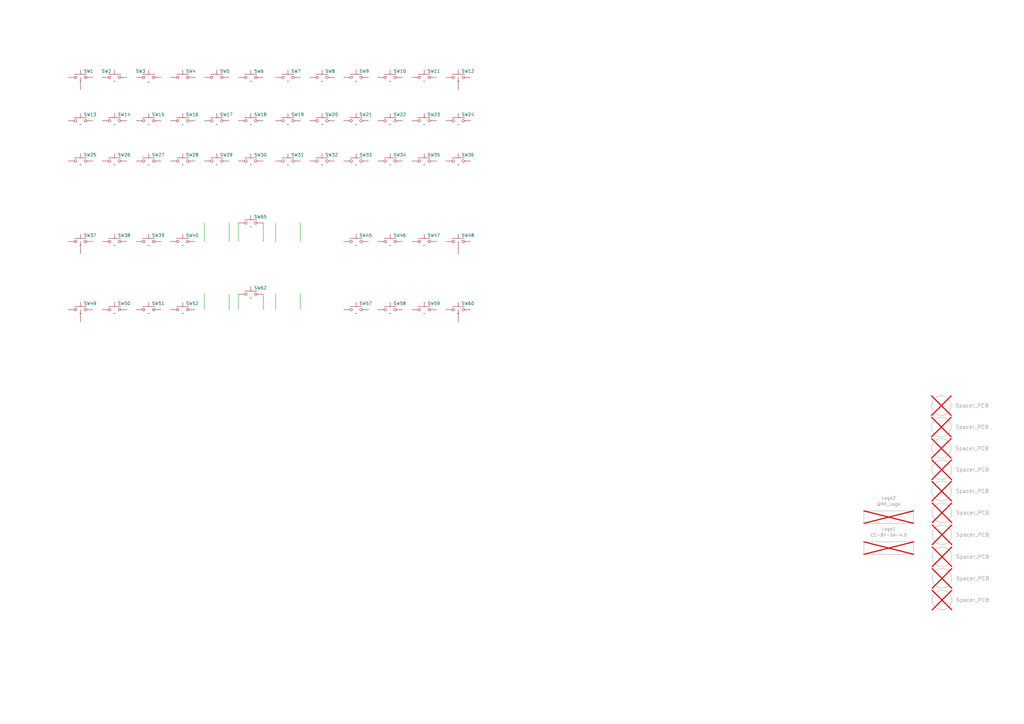
<source format=kicad_sch>
(kicad_sch (version 20230121) (generator eeschema)
  (paper "A3")
  (title_block (title "Chameleon") (date "2023-08-16") (rev "v1.00") (company "Tweety's Wild Thinking") (comment 1 "Markus Knutsson <markus.knutsson@tweety.se>") (comment 2 "https://github.com/TweetyDaBird") (comment 3 "Licensed under Creative Commons BY-SA 4.0 International "))
  (lib_symbols
    (symbol "Keyboard Switches:SW_Push_GND" (pin_numbers hide) (pin_names (offset 1.016) hide)
      (property "Reference" "SW" (at 1.27 2.54 0))
      (property "Value" "SW_Push" (at 0 -1.524 0))
      (symbol "SW_Push_GND_0_1"
        (circle (center -2.032 0) (radius 0.508))
        (polyline (pts (xy 0 1.27) (xy 0 3.048)))
        (polyline (pts (xy 2.54 1.27) (xy -2.54 1.27)))
        (circle (center 2.032 0) (radius 0.508))
        (pin passive line (at -5.08 0 0) (length 2.54) (name "1") (number "1"))
        (pin passive line (at 5.08 0 180) (length 2.54) (name "2") (number "2"))
      )
      (symbol "SW_Push_GND_1_1"
        (pin power_in line (at 0 -5.08 90) (length 5.08) (name "3") (number "3"))
      )
    )
    (symbol "Keyboard_Plate:Spacer_PCB" (pin_names (offset 1.016))
      (property "Value" "Spacer_PCB" (at 0 1.27 0))
      (symbol "Spacer_PCB_0_1"
        (circle (center 0 0) (radius 4.0132))
      )
    )
    (symbol "Logotypes:CC-BY-SA-4.0" (pin_names (offset 1.016)) (in_bom no)
      (property "Reference" "Logo" (at 0 1.27 0))
      (property "Value" "CC-BY-SA-4.0" (at 0 -1.27 0))
      (symbol "CC-BY-SA-4.0_0_1"
        (rectangle (start -10.16 2.54) (end 10.16 -2.54))
      )
    )
    (symbol "Logotypes:QMK_Logo" (pin_numbers hide) (pin_names (offset 0) hide) (in_bom no)
      (property "Reference" "Logo" (at 0 0 0))
      (property "Value" "QMK_Logo" (at 0 2.54 0))
      (symbol "QMK_Logo_0_1"
        (rectangle (start -10.16 3.81) (end 10.16 -1.27))
      )
    )
    (symbol "Switch:SW_Push" (pin_numbers hide) (pin_names (offset 1.016) hide)
      (property "Reference" "SW" (at 1.27 2.54 0))
      (property "Value" "SW_Push" (at 0 -1.524 0))
      (symbol "SW_Push_0_1"
        (circle (center -2.032 0) (radius 0.508))
        (polyline (pts (xy 0 1.27) (xy 0 3.048)))
        (polyline (pts (xy 2.54 1.27) (xy -2.54 1.27)))
        (circle (center 2.032 0) (radius 0.508))
        (pin passive line (at -5.08 0 0) (length 2.54) (name "1") (number "1"))
        (pin passive line (at 5.08 0 180) (length 2.54) (name "2") (number "2"))
      )
    )
  )
  (wire (pts (xy 123.19 91.44) (xy 123.19 99.06)))
  (wire (pts (xy 93.98 120.65) (xy 93.98 127)))
  (wire (pts (xy 97.79 120.65) (xy 97.79 127)))
  (wire (pts (xy 83.82 127) (xy 83.82 120.65)))
  (wire (pts (xy 97.79 99.06) (xy 97.79 91.44)))
  (wire (pts (xy 83.82 99.06) (xy 83.82 91.44)))
  (wire (pts (xy 93.98 91.44) (xy 93.98 99.06)))
  (wire (pts (xy 107.95 91.44) (xy 107.95 99.06)))
  (wire (pts (xy 123.19 120.65) (xy 123.19 127)))
  (wire (pts (xy 113.03 99.06) (xy 113.03 91.44)))
  (wire (pts (xy 107.95 120.65) (xy 107.95 127)))
  (wire (pts (xy 113.03 127) (xy 113.03 120.65)))
  (symbol (lib_id "Switch:SW_Push") (at 88.9 66.04 0) (unit 1)
    (property "Reference" "SW29" (at 90.17 63.5 0) (effects (justify left)))
    (property "Value" "~" (at 88.9 67.564 0))
    (property "Footprint" "Keyboard_Plate:SW_MX_Plate_Placeholder_nodrill_NOBORDER_13,9" (effects hide))
  )
  (symbol (lib_id "Keyboard_Plate:Spacer_PCB") (at 386.334 219.329 0) (unit 1) (in_bom no) (dnp yes)
    (property "Reference" "H2" (effects hide))
    (property "Value" "Spacer_PCB" (at 392.049 219.329 0) (effects (font (size 1.524 1.524)) (justify left)))
    (property "Footprint" "Keyboard Common:Spacer PCB hole" (effects hide))
  )
  (symbol (lib_id "Keyboard_Plate:Spacer_PCB") (at 386.334 228.346 0) (unit 1) (in_bom no) (dnp yes)
    (property "Reference" "H3" (effects hide))
    (property "Value" "Spacer_PCB" (at 392.049 228.346 0) (effects (font (size 1.524 1.524)) (justify left)))
    (property "Footprint" "Keyboard Common:Spacer PCB hole" (effects hide))
  )
  (symbol (lib_id "Keyboard Switches:SW_Push_GND") (at 33.02 99.06 0) (unit 1)
    (property "Reference" "SW37" (at 34.29 96.52 0) (effects (justify left)))
    (property "Value" "~" (at 33.02 100.584 0))
    (property "Footprint" "Keyboard_Plate:SW_MX_Plate_Placeholder_nodrill_NOBORDER_13,9" (effects hide))
  )
  (symbol (lib_id "Keyboard_Plate:Spacer_PCB") (at 386.207 201.422 0) (unit 1) (in_bom no) (dnp yes)
    (property "Reference" "H6" (effects hide))
    (property "Value" "Spacer_PCB" (at 391.922 201.422 0) (effects (font (size 1.524 1.524)) (justify left)))
    (property "Footprint" "Keyboard Common:Spacer PCB hole" (effects hide))
  )
  (symbol (lib_id "Switch:SW_Push") (at 60.96 99.06 0) (unit 1)
    (property "Reference" "SW39" (at 62.23 96.52 0) (effects (justify left)))
    (property "Value" "~" (at 60.96 100.584 0))
    (property "Footprint" "Keyboard_Plate:SW_MX_Plate_Placeholder_nodrill_NOBORDER_13,9" (effects hide))
  )
  (symbol (lib_id "Switch:SW_Push") (at 118.11 49.53 0) (unit 1)
    (property "Reference" "SW19" (at 119.38 46.99 0) (effects (justify left)))
    (property "Value" "~" (at 118.11 51.054 0))
    (property "Footprint" "Keyboard_Plate:SW_MX_Plate_Placeholder_nodrill_NOBORDER_13,9" (effects hide))
  )
  (symbol (lib_id "Switch:SW_Push") (at 173.99 127 0) (unit 1)
    (property "Reference" "SW59" (at 175.26 124.46 0) (effects (justify left)))
    (property "Value" "~" (at 173.99 128.524 0))
    (property "Footprint" "Keyboard_Plate:SW_MX_Plate_Placeholder_nodrill_NOBORDER_13,9" (effects hide))
  )
  (symbol (lib_id "Switch:SW_Push") (at 102.87 91.44 0) (unit 1)
    (property "Reference" "SW65" (at 104.14 88.9 0) (effects (justify left)))
    (property "Value" "~" (at 102.87 92.964 0))
    (property "Footprint" "Keyboard_Plate:Special 4u center" (effects hide))
  )
  (symbol (lib_id "Switch:SW_Push") (at 132.08 66.04 0) (unit 1)
    (property "Reference" "SW32" (at 133.35 63.5 0) (effects (justify left)))
    (property "Value" "~" (at 132.08 67.564 0))
    (property "Footprint" "Keyboard_Plate:SW_MX_Plate_Placeholder_nodrill_NOBORDER_13,9" (effects hide))
  )
  (symbol (lib_id "Switch:SW_Push") (at 146.05 99.06 0) (unit 1)
    (property "Reference" "SW45" (at 147.32 96.52 0) (effects (justify left)))
    (property "Value" "~" (at 146.05 100.584 0))
    (property "Footprint" "Keyboard_Plate:SW_MX_Plate_Placeholder_nodrill_NOBORDER_13,9" (effects hide))
  )
  (symbol (lib_id "Switch:SW_Push") (at 173.99 99.06 0) (unit 1)
    (property "Reference" "SW47" (at 175.26 96.52 0) (effects (justify left)))
    (property "Value" "~" (at 173.99 100.584 0))
    (property "Footprint" "Keyboard_Plate:SW_MX_Plate_Placeholder_nodrill_NOBORDER_13,9" (effects hide))
  )
  (symbol (lib_id "Switch:SW_Push") (at 173.99 31.75 0) (unit 1)
    (property "Reference" "SW11" (at 175.26 29.21 0) (effects (justify left)))
    (property "Value" "~" (at 173.99 33.274 0))
    (property "Footprint" "Keyboard_Plate:SW_MX_Plate_Placeholder_nodrill_NOBORDER_13,9" (effects hide))
  )
  (symbol (lib_id "Keyboard Switches:SW_Push_GND") (at 33.02 127 0) (unit 1)
    (property "Reference" "SW49" (at 34.29 124.46 0) (effects (justify left)))
    (property "Value" "~" (at 33.02 128.524 0))
    (property "Footprint" "Keyboard_Plate:SW_MX_Plate_Placeholder_nodrill_NOBORDER_13,9" (effects hide))
  )
  (symbol (lib_id "Switch:SW_Push") (at 146.05 66.04 0) (unit 1)
    (property "Reference" "SW33" (at 147.32 63.5 0) (effects (justify left)))
    (property "Value" "~" (at 146.05 67.564 0))
    (property "Footprint" "Keyboard_Plate:SW_MX_Plate_Placeholder_nodrill_NOBORDER_13,9" (effects hide))
  )
  (symbol (lib_id "Switch:SW_Push") (at 74.93 99.06 0) (unit 1)
    (property "Reference" "SW40" (at 76.2 96.52 0) (effects (justify left)))
    (property "Value" "~" (at 74.93 100.584 0))
    (property "Footprint" "Keyboard_Plate:SW_MX_Plate_Placeholder_nodrill_NOBORDER_13,9" (effects hide))
  )
  (symbol (lib_id "Switch:SW_Push") (at 160.02 31.75 0) (unit 1)
    (property "Reference" "SW10" (at 161.29 29.21 0) (effects (justify left)))
    (property "Value" "~" (at 160.02 33.274 0))
    (property "Footprint" "Keyboard_Plate:SW_MX_Plate_Placeholder_nodrill_NOBORDER_13,9" (effects hide))
  )
  (symbol (lib_id "Keyboard Switches:SW_Push_GND") (at 187.96 99.06 0) (unit 1)
    (property "Reference" "SW48" (at 189.23 96.52 0) (effects (justify left)))
    (property "Footprint" "Keyboard_Plate:SW_MX_Plate_Placeholder_nodrill_NOBORDER_13,9" (effects hide))
  )
  (symbol (lib_id "Switch:SW_Push") (at 160.02 127 0) (unit 1)
    (property "Reference" "SW58" (at 161.29 124.46 0) (effects (justify left)))
    (property "Value" "~" (at 160.02 128.524 0))
    (property "Footprint" "Keyboard_Plate:SW_MX_Plate_Placeholder_nodrill_NOBORDER_13,9" (effects hide))
  )
  (symbol (lib_id "Logotypes:CC-BY-SA-4.0") (at 364.49 224.79 0) (unit 1) (in_bom no) (dnp yes)
    (property "Reference" "Logo1" (at 364.49 216.916 0))
    (property "Value" "CC-BY-SA-4.0" (at 364.49 219.456 0))
    (property "Footprint" "Logotypes:CC_BY_SA_40_tiny" (effects hide))
    (property "Sim.Enable" "0" (effects hide))
  )
  (symbol (lib_id "Switch:SW_Push") (at 187.96 66.04 0) (unit 1)
    (property "Reference" "SW36" (at 189.23 63.5 0) (effects (justify left)))
    (property "Value" "~" (at 187.96 67.564 0))
    (property "Footprint" "Keyboard_Plate:SW_MX_Plate_Placeholder_nodrill_NOBORDER_13,9" (effects hide))
  )
  (symbol (lib_id "Switch:SW_Push") (at 74.93 127 0) (unit 1)
    (property "Reference" "SW52" (at 76.2 124.46 0) (effects (justify left)))
    (property "Value" "~" (at 74.93 128.524 0))
    (property "Footprint" "Keyboard_Plate:SW_MX_Plate_Placeholder_nodrill_NOBORDER_13,9" (effects hide))
  )
  (symbol (lib_id "Keyboard_Plate:Spacer_PCB") (at 386.08 183.896 0) (unit 1) (in_bom no) (dnp yes)
    (property "Reference" "H9" (effects hide))
    (property "Value" "Spacer_PCB" (at 391.795 183.896 0) (effects (font (size 1.524 1.524)) (justify left)))
    (property "Footprint" "Keyboard Common:Spacer PCB hole" (effects hide))
  )
  (symbol (lib_id "Switch:SW_Push") (at 160.02 49.53 0) (unit 1)
    (property "Reference" "SW22" (at 161.29 46.99 0) (effects (justify left)))
    (property "Value" "~" (at 160.02 51.054 0))
    (property "Footprint" "Keyboard_Plate:SW_MX_Plate_Placeholder_nodrill_NOBORDER_13,9" (effects hide))
  )
  (symbol (lib_id "Switch:SW_Push") (at 132.08 31.75 0) (unit 1)
    (property "Reference" "SW8" (at 133.35 29.21 0) (effects (justify left)))
    (property "Value" "~" (at 132.08 33.274 0))
    (property "Footprint" "Keyboard_Plate:SW_MX_Plate_Placeholder_nodrill_NOBORDER_13,9" (effects hide))
  )
  (symbol (lib_id "Switch:SW_Push") (at 33.02 66.04 0) (unit 1)
    (property "Reference" "SW25" (at 34.29 63.5 0) (effects (justify left)))
    (property "Value" "~" (at 33.02 67.564 0))
    (property "Footprint" "Keyboard_Plate:SW_MX_Plate_Placeholder_nodrill_NOBORDER_13,9" (effects hide))
  )
  (symbol (lib_id "Keyboard_Plate:Spacer_PCB") (at 386.334 246.126 0) (unit 1) (in_bom no) (dnp yes)
    (property "Reference" "H5" (effects hide))
    (property "Value" "Spacer_PCB" (at 392.049 246.126 0) (effects (font (size 1.524 1.524)) (justify left)))
    (property "Footprint" "Keyboard Common:Spacer PCB hole" (effects hide))
  )
  (symbol (lib_id "Switch:SW_Push") (at 46.99 99.06 0) (unit 1)
    (property "Reference" "SW38" (at 48.26 96.52 0) (effects (justify left)))
    (property "Value" "~" (at 46.99 100.584 0))
    (property "Footprint" "Keyboard_Plate:SW_MX_Plate_Placeholder_nodrill_NOBORDER_13,9" (effects hide))
  )
  (symbol (lib_id "Keyboard_Plate:Spacer_PCB") (at 386.08 166.37 0) (unit 1) (in_bom no) (dnp yes)
    (property "Reference" "H10" (effects hide))
    (property "Value" "Spacer_PCB" (at 391.795 166.37 0) (effects (font (size 1.524 1.524)) (justify left)))
    (property "Footprint" "Keyboard Common:Spacer PCB hole" (effects hide))
  )
  (symbol (lib_id "Switch:SW_Push") (at 88.9 31.75 0) (unit 1)
    (property "Reference" "SW5" (at 90.17 29.21 0) (effects (justify left)))
    (property "Footprint" "Keyboard_Plate:SW_MX_Plate_Placeholder_nodrill_NOBORDER_13,9" (effects hide))
  )
  (symbol (lib_id "Switch:SW_Push") (at 74.93 49.53 0) (unit 1)
    (property "Reference" "SW16" (at 76.2 46.99 0) (effects (justify left)))
    (property "Value" "~" (at 74.93 51.054 0))
    (property "Footprint" "Keyboard_Plate:SW_MX_Plate_Placeholder_nodrill_NOBORDER_13,9" (effects hide))
  )
  (symbol (lib_id "Switch:SW_Push") (at 60.96 66.04 0) (unit 1)
    (property "Reference" "SW27" (at 62.23 63.5 0) (effects (justify left)))
    (property "Value" "~" (at 60.96 67.564 0))
    (property "Footprint" "Keyboard_Plate:SW_MX_Plate_Placeholder_nodrill_NOBORDER_13,9" (effects hide))
  )
  (symbol (lib_id "Switch:SW_Push") (at 60.96 31.75 0) (mirror y) (unit 1)
    (property "Reference" "SW3" (at 59.69 29.21 0) (effects (justify left)))
    (property "Value" "~" (at 60.96 33.655 0))
    (property "Footprint" "Keyboard_Plate:SW_MX_Plate_Placeholder_nodrill_NOBORDER_13,9" (effects hide))
  )
  (symbol (lib_id "Switch:SW_Push") (at 160.02 66.04 0) (unit 1)
    (property "Reference" "SW34" (at 161.29 63.5 0) (effects (justify left)))
    (property "Value" "~" (at 160.02 67.564 0))
    (property "Footprint" "Keyboard_Plate:SW_MX_Plate_Placeholder_nodrill_NOBORDER_13,9" (effects hide))
  )
  (symbol (lib_id "Switch:SW_Push") (at 118.11 66.04 0) (unit 1)
    (property "Reference" "SW31" (at 119.38 63.5 0) (effects (justify left)))
    (property "Value" "~" (at 118.11 67.564 0))
    (property "Footprint" "Keyboard_Plate:SW_MX_Plate_Placeholder_nodrill_NOBORDER_13,9" (effects hide))
  )
  (symbol (lib_id "Switch:SW_Push") (at 33.02 49.53 0) (unit 1)
    (property "Reference" "SW13" (at 34.29 46.99 0) (effects (justify left)))
    (property "Value" "~" (at 33.02 51.054 0))
    (property "Footprint" "Keyboard_Plate:SW_MX_Plate_Placeholder_nodrill_NOBORDER_13,9" (effects hide))
  )
  (symbol (lib_id "Switch:SW_Push") (at 60.96 127 0) (unit 1)
    (property "Reference" "SW51" (at 62.23 124.46 0) (effects (justify left)))
    (property "Value" "~" (at 60.96 128.524 0))
    (property "Footprint" "Keyboard_Plate:SW_MX_Plate_Placeholder_nodrill_NOBORDER_13,9" (effects hide))
  )
  (symbol (lib_id "Switch:SW_Push") (at 60.96 49.53 0) (unit 1)
    (property "Reference" "SW15" (at 62.23 46.99 0) (effects (justify left)))
    (property "Value" "~" (at 60.96 51.054 0))
    (property "Footprint" "Keyboard_Plate:SW_MX_Plate_Placeholder_nodrill_NOBORDER_13,9" (effects hide))
  )
  (symbol (lib_id "Keyboard Switches:SW_Push_GND") (at 33.02 31.75 0) (unit 1)
    (property "Reference" "SW1" (at 34.29 29.21 0) (effects (justify left)))
    (property "Value" "~" (at 33.02 33.274 0))
    (property "Footprint" "Keyboard_Plate:SW_MX_Plate_Placeholder_nodrill_NOBORDER_13,9" (effects hide))
  )
  (symbol (lib_id "Switch:SW_Push") (at 146.05 49.53 0) (unit 1)
    (property "Reference" "SW21" (at 147.32 46.99 0) (effects (justify left)))
    (property "Value" "~" (at 146.05 51.054 0))
    (property "Footprint" "Keyboard_Plate:SW_MX_Plate_Placeholder_nodrill_NOBORDER_13,9" (effects hide))
  )
  (symbol (lib_id "Switch:SW_Push") (at 102.87 49.53 0) (unit 1)
    (property "Reference" "SW18" (at 104.14 46.99 0) (effects (justify left)))
    (property "Value" "~" (at 102.87 51.054 0))
    (property "Footprint" "Keyboard_Plate:SW_MX_Plate_Placeholder_nodrill_NOBORDER_13,9" (effects hide))
  )
  (symbol (lib_id "Switch:SW_Push") (at 102.87 31.75 0) (unit 1)
    (property "Reference" "SW6" (at 104.14 29.21 0) (effects (justify left)))
    (property "Value" "~" (at 102.87 33.274 0))
    (property "Footprint" "Keyboard_Plate:SW_MX_Plate_Placeholder_nodrill_NOBORDER_13,9" (effects hide))
  )
  (symbol (lib_id "Switch:SW_Push") (at 118.11 31.75 0) (unit 1)
    (property "Reference" "SW7" (at 119.38 29.21 0) (effects (justify left)))
    (property "Value" "~" (at 118.11 33.274 0))
    (property "Footprint" "Keyboard_Plate:SW_MX_Plate_Placeholder_nodrill_NOBORDER_13,9" (effects hide))
  )
  (symbol (lib_id "Switch:SW_Push") (at 102.87 66.04 0) (unit 1)
    (property "Reference" "SW30" (at 104.14 63.5 0) (effects (justify left)))
    (property "Value" "~" (at 102.87 67.564 0))
    (property "Footprint" "Keyboard_Plate:SW_MX_Plate_Placeholder_nodrill_NOBORDER_13,9" (effects hide))
  )
  (symbol (lib_id "Switch:SW_Push") (at 173.99 49.53 0) (unit 1)
    (property "Reference" "SW23" (at 175.26 46.99 0) (effects (justify left)))
    (property "Value" "~" (at 173.99 51.054 0))
    (property "Footprint" "Keyboard_Plate:SW_MX_Plate_Placeholder_nodrill_NOBORDER_13,9" (effects hide))
  )
  (symbol (lib_id "Switch:SW_Push") (at 74.93 31.75 0) (unit 1)
    (property "Reference" "SW4" (at 76.2 29.21 0) (effects (justify left)))
    (property "Footprint" "Keyboard_Plate:SW_MX_Plate_Placeholder_nodrill_NOBORDER_13,9" (effects hide))
  )
  (symbol (lib_id "Switch:SW_Push") (at 46.99 49.53 0) (unit 1)
    (property "Reference" "SW14" (at 48.26 46.99 0) (effects (justify left)))
    (property "Value" "~" (at 46.99 51.054 0))
    (property "Footprint" "Keyboard_Plate:SW_MX_Plate_Placeholder_nodrill_NOBORDER_13,9" (effects hide))
  )
  (symbol (lib_id "Keyboard_Plate:Spacer_PCB") (at 386.207 192.659 0) (unit 1) (in_bom no) (dnp yes)
    (property "Reference" "H7" (effects hide))
    (property "Value" "Spacer_PCB" (at 391.922 192.659 0) (effects (font (size 1.524 1.524)) (justify left)))
    (property "Footprint" "Keyboard Common:Spacer PCB hole" (effects hide))
  )
  (symbol (lib_id "Switch:SW_Push") (at 102.87 120.65 0) (unit 1)
    (property "Reference" "SW62" (at 104.14 118.11 0) (effects (justify left)))
    (property "Value" "~" (at 102.87 122.174 0))
    (property "Footprint" "Keyboard_Plate:Special 4u center" (effects hide))
  )
  (symbol (lib_id "Keyboard_Plate:Spacer_PCB") (at 386.334 237.236 0) (unit 1) (in_bom no) (dnp yes)
    (property "Reference" "H4" (effects hide))
    (property "Value" "Spacer_PCB" (at 392.049 237.236 0) (effects (font (size 1.524 1.524)) (justify left)))
    (property "Footprint" "Keyboard Common:Spacer PCB hole" (effects hide))
  )
  (symbol (lib_id "Switch:SW_Push") (at 146.05 127 0) (unit 1)
    (property "Reference" "SW57" (at 147.32 124.46 0) (effects (justify left)))
    (property "Value" "~" (at 146.05 128.524 0))
    (property "Footprint" "Keyboard_Plate:SW_MX_Plate_Placeholder_nodrill_NOBORDER_13,9" (effects hide))
  )
  (symbol (lib_id "Switch:SW_Push") (at 88.9 49.53 0) (unit 1)
    (property "Reference" "SW17" (at 90.17 46.99 0) (effects (justify left)))
    (property "Value" "~" (at 88.9 51.054 0))
    (property "Footprint" "Keyboard_Plate:SW_MX_Plate_Placeholder_nodrill_NOBORDER_13,9" (effects hide))
  )
  (symbol (lib_id "Switch:SW_Push") (at 46.99 66.04 0) (unit 1)
    (property "Reference" "SW26" (at 48.26 63.5 0) (effects (justify left)))
    (property "Value" "~" (at 46.99 67.564 0))
    (property "Footprint" "Keyboard_Plate:SW_MX_Plate_Placeholder_nodrill_NOBORDER_13,9" (effects hide))
  )
  (symbol (lib_id "Switch:SW_Push") (at 46.99 127 0) (unit 1)
    (property "Reference" "SW50" (at 48.26 124.46 0) (effects (justify left)))
    (property "Value" "~" (at 46.99 128.524 0))
    (property "Footprint" "Keyboard_Plate:SW_MX_Plate_Placeholder_nodrill_NOBORDER_13,9" (effects hide))
  )
  (symbol (lib_id "Switch:SW_Push") (at 146.05 31.75 0) (unit 1)
    (property "Reference" "SW9" (at 147.32 29.21 0) (effects (justify left)))
    (property "Value" "~" (at 146.05 33.274 0))
    (property "Footprint" "Keyboard_Plate:SW_MX_Plate_Placeholder_nodrill_NOBORDER_13,9" (effects hide))
  )
  (symbol (lib_id "Keyboard Switches:SW_Push_GND") (at 187.96 31.75 0) (unit 1)
    (property "Reference" "SW12" (at 189.23 29.21 0) (effects (justify left)))
    (property "Value" "~" (at 187.96 33.274 0))
    (property "Footprint" "Keyboard_Plate:SW_MX_Plate_Placeholder_nodrill_NOBORDER_13,9" (effects hide))
  )
  (symbol (lib_id "Switch:SW_Push") (at 160.02 99.06 0) (unit 1)
    (property "Reference" "SW46" (at 161.29 96.52 0) (effects (justify left)))
    (property "Value" "~" (at 160.02 100.584 0))
    (property "Footprint" "Keyboard_Plate:SW_MX_Plate_Placeholder_nodrill_NOBORDER_13,9" (effects hide))
  )
  (symbol (lib_id "Switch:SW_Push") (at 132.08 49.53 0) (unit 1)
    (property "Reference" "SW20" (at 133.35 46.99 0) (effects (justify left)))
    (property "Value" "~" (at 132.08 51.054 0))
    (property "Footprint" "Keyboard_Plate:SW_MX_Plate_Placeholder_nodrill_NOBORDER_13,9" (effects hide))
  )
  (symbol (lib_id "Keyboard Switches:SW_Push_GND") (at 187.96 127 0) (unit 1)
    (property "Reference" "SW60" (at 189.23 124.46 0) (effects (justify left)))
    (property "Value" "~" (at 187.96 128.524 0))
    (property "Footprint" "Keyboard_Plate:SW_MX_Plate_Placeholder_nodrill_NOBORDER_13,9" (effects hide))
  )
  (symbol (lib_id "Keyboard_Plate:Spacer_PCB") (at 386.08 175.133 0) (unit 1) (in_bom no) (dnp yes)
    (property "Reference" "H8" (effects hide))
    (property "Value" "Spacer_PCB" (at 391.795 175.133 0) (effects (font (size 1.524 1.524)) (justify left)))
    (property "Footprint" "Keyboard Common:Spacer PCB hole" (effects hide))
  )
  (symbol (lib_id "Logotypes:QMK_Logo") (at 364.49 213.36 0) (unit 1) (in_bom no) (dnp yes)
    (property "Reference" "Logo2" (at 364.49 204.216 0))
    (property "Value" "QMK_Logo" (at 364.49 206.756 0))
    (property "Footprint" "Logotypes:Powered_by_QMK" (effects hide))
    (property "Sim.Enable" "0" (effects hide))
  )
  (symbol (lib_id "Switch:SW_Push") (at 187.96 49.53 0) (unit 1)
    (property "Reference" "SW24" (at 189.23 46.99 0) (effects (justify left)))
    (property "Value" "~" (at 187.96 51.054 0))
    (property "Footprint" "Keyboard_Plate:SW_MX_Plate_Placeholder_nodrill_NOBORDER_13,9" (effects hide))
  )
  (symbol (lib_id "Switch:SW_Push") (at 46.99 31.75 0) (mirror y) (unit 1)
    (property "Reference" "SW2" (at 45.72 29.21 0) (effects (justify left)))
    (property "Value" "~" (at 46.99 33.274 0))
    (property "Footprint" "Keyboard_Plate:SW_MX_Plate_Placeholder_nodrill_NOBORDER_13,9" (effects hide))
  )
  (symbol (lib_id "Switch:SW_Push") (at 74.93 66.04 0) (unit 1)
    (property "Reference" "SW28" (at 76.2 63.5 0) (effects (justify left)))
    (property "Value" "~" (at 74.93 67.564 0))
    (property "Footprint" "Keyboard_Plate:SW_MX_Plate_Placeholder_nodrill_NOBORDER_13,9" (effects hide))
  )
  (symbol (lib_id "Keyboard_Plate:Spacer_PCB") (at 386.334 210.312 0) (unit 1) (in_bom no) (dnp yes)
    (property "Reference" "H1" (effects hide))
    (property "Value" "Spacer_PCB" (at 392.049 210.312 0) (effects (font (size 1.524 1.524)) (justify left)))
    (property "Footprint" "Keyboard Common:Spacer PCB hole" (effects hide))
  )
  (symbol (lib_id "Switch:SW_Push") (at 173.99 66.04 0) (unit 1)
    (property "Reference" "SW35" (at 175.26 63.5 0) (effects (justify left)))
    (property "Value" "~" (at 173.99 67.564 0))
    (property "Footprint" "Keyboard_Plate:SW_MX_Plate_Placeholder_nodrill_NOBORDER_13,9" (effects hide))
  )
)
</source>
